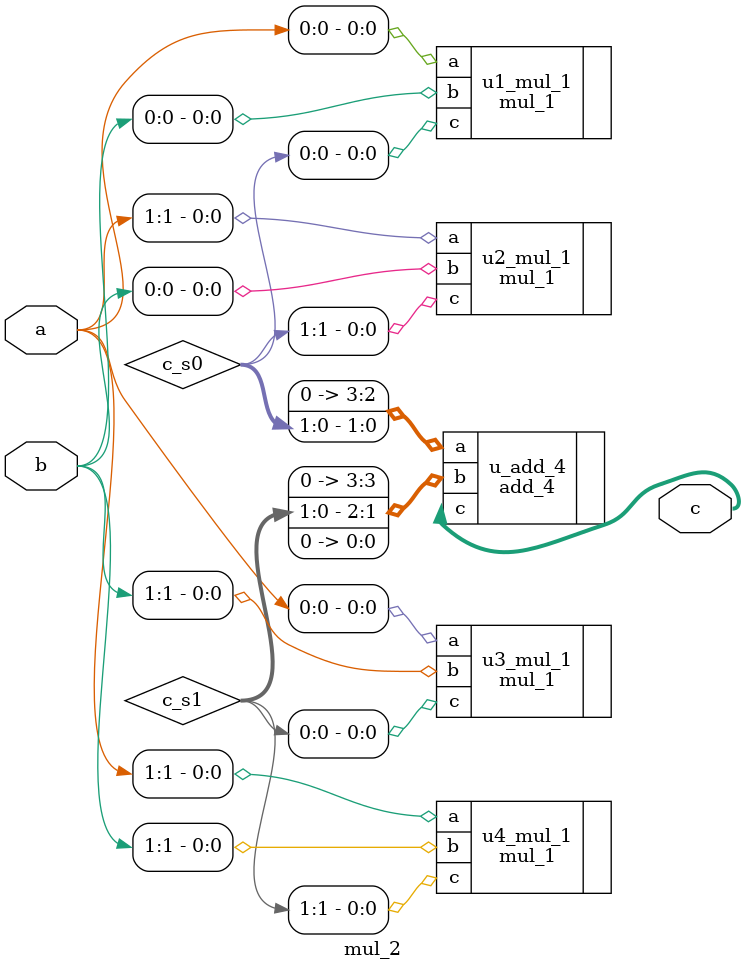
<source format=v>
`timescale 1ns / 1ps


module mul_2(
        input [1:0]a,
        input [1:0]b,
        output [3:0]c);

    wire [1:0]c_s0;
    wire [1:0]c_s1;

    mul_1 u1_mul_1(
              .a (a[0]),
              .b (b[0]),
              .c (c_s0[0])
          );

    mul_1 u2_mul_1(
              .a (a[1]),
              .b (b[0]),
              .c (c_s0[1])
          );

    mul_1 u3_mul_1(
              .a (a[0]),
              .b (b[1]),
              .c (c_s1[0])
          );

    mul_1 u4_mul_1(
              .a (a[1]),
              .b (b[1]),
              .c (c_s1[1])
          );

    add_4 u_add_4(
              .a ({1'b0,1'b0,c_s0[1:0]}),
              .b ({ 1'b0,c_s1[1:0],1'b0}),
              .c (c)
          );




endmodule

</source>
